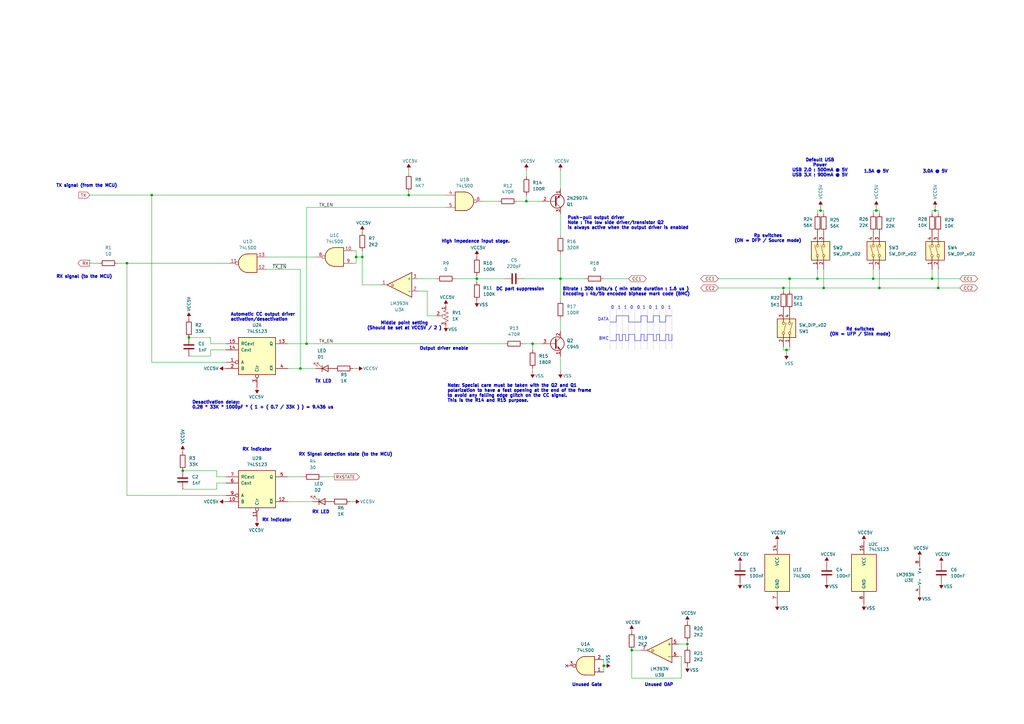
<source format=kicad_sch>
(kicad_sch (version 20250114) (generator "eeschema") (generator_version "9.0")
  (paper "A3")
  (title_block (title "USB Power Delivery CC line phy driver") (rev "0.1") (comment 1 "Designed from old parts found in the drawer... ;)") (comment 3 "CC-BY Licence (Creative Commons Attribution)") (comment 4 "Drawn by Jean-François DEL NERO"))
  (lib_symbols
    (symbol "74xx:74LS00" (pin_names (offset 1.016))
      (property "Reference" "U" (at 0 1.27 0))
      (property "Value" "74LS00" (at 0 -1.27 0))
      (symbol "74LS00_1_1"
        (pin input line (at -7.62 2.54 0) (length 3.81) (name "~") (number "1"))
        (pin input line (at -7.62 -2.54 0) (length 3.81) (name "~") (number "2"))
        (pin output inverted (at 7.62 0 180) (length 3.81) (name "~") (number "3"))
      )
      (symbol "74LS00_1_2"
        (pin input inverted (at -7.62 2.54 0) (length 4.318) (name "~") (number "1"))
        (pin input inverted (at -7.62 -2.54 0) (length 4.318) (name "~") (number "2"))
        (pin output line (at 7.62 0 180) (length 3.81) (name "~") (number "3"))
      )
      (symbol "74LS00_2_1"
        (pin input line (at -7.62 2.54 0) (length 3.81) (name "~") (number "4"))
        (pin input line (at -7.62 -2.54 0) (length 3.81) (name "~") (number "5"))
        (pin output inverted (at 7.62 0 180) (length 3.81) (name "~") (number "6"))
      )
      (symbol "74LS00_2_2"
        (pin input inverted (at -7.62 2.54 0) (length 4.318) (name "~") (number "4"))
        (pin input inverted (at -7.62 -2.54 0) (length 4.318) (name "~") (number "5"))
        (pin output line (at 7.62 0 180) (length 3.81) (name "~") (number "6"))
      )
      (symbol "74LS00_3_1"
        (pin input line (at -7.62 2.54 0) (length 3.81) (name "~") (number "9"))
        (pin input line (at -7.62 -2.54 0) (length 3.81) (name "~") (number "10"))
        (pin output inverted (at 7.62 0 180) (length 3.81) (name "~") (number "8"))
      )
      (symbol "74LS00_3_2"
        (pin input inverted (at -7.62 2.54 0) (length 4.318) (name "~") (number "9"))
        (pin input inverted (at -7.62 -2.54 0) (length 4.318) (name "~") (number "10"))
        (pin output line (at 7.62 0 180) (length 3.81) (name "~") (number "8"))
      )
      (symbol "74LS00_4_1"
        (pin input line (at -7.62 2.54 0) (length 3.81) (name "~") (number "12"))
        (pin input line (at -7.62 -2.54 0) (length 3.81) (name "~") (number "13"))
        (pin output inverted (at 7.62 0 180) (length 3.81) (name "~") (number "11"))
      )
      (symbol "74LS00_4_2"
        (pin input inverted (at -7.62 2.54 0) (length 4.318) (name "~") (number "12"))
        (pin input inverted (at -7.62 -2.54 0) (length 4.318) (name "~") (number "13"))
        (pin output line (at 7.62 0 180) (length 3.81) (name "~") (number "11"))
      )
      (symbol "74LS00_5_0"
        (pin power_in line (at 0 12.7 270) (length 5.08) (name "VCC") (number "14"))
        (pin power_in line (at 0 -12.7 90) (length 5.08) (name "GND") (number "7"))
      )
    )
    (symbol "74xx:74LS123" (pin_names (offset 1.016))
      (property "Reference" "U" (at -7.62 8.89 0))
      (property "Value" "74LS123" (at -7.62 -8.89 0))
      (symbol "74LS123_1_0"
        (pin input line (at -12.7 5.08 0) (length 5.08) (name "RCext") (number "15"))
        (pin input line (at -12.7 2.54 0) (length 5.08) (name "Cext") (number "14"))
        (pin input inverted (at -12.7 -2.54 0) (length 5.08) (name "A") (number "1"))
        (pin input line (at -12.7 -5.08 0) (length 5.08) (name "B") (number "2"))
        (pin input inverted (at 0 -12.7 90) (length 5.08) (name "Clr") (number "3"))
        (pin output line (at 12.7 5.08 180) (length 5.08) (name "Q") (number "13"))
        (pin output line (at 12.7 -5.08 180) (length 5.08) (name "~{Q}") (number "4"))
      )
      (symbol "74LS123_2_0"
        (pin input line (at -12.7 5.08 0) (length 5.08) (name "RCext") (number "7"))
        (pin input line (at -12.7 2.54 0) (length 5.08) (name "Cext") (number "6"))
        (pin input inverted (at -12.7 -2.54 0) (length 5.08) (name "A") (number "9"))
        (pin input line (at -12.7 -5.08 0) (length 5.08) (name "B") (number "10"))
        (pin input inverted (at 0 -12.7 90) (length 5.08) (name "Clr") (number "11"))
        (pin output line (at 12.7 5.08 180) (length 5.08) (name "Q") (number "5"))
        (pin output line (at 12.7 -5.08 180) (length 5.08) (name "~{Q}") (number "12"))
      )
      (symbol "74LS123_3_0"
        (pin power_in line (at 0 12.7 270) (length 5.08) (name "VCC") (number "16"))
        (pin power_in line (at 0 -12.7 90) (length 5.08) (name "GND") (number "8"))
      )
    )
    (symbol "Comparator:LM339" (pin_names (offset 0.127))
      (symbol "LM339_1_1"
        (pin input line (at -7.62 2.54 0) (length 2.54) (name "+") (number "3"))
        (pin input line (at -7.62 -2.54 0) (length 2.54) (name "-") (number "2"))
        (pin open_collector line (at 7.62 0 180) (length 2.54) (name "~") (number "1"))
      )
      (symbol "LM339_2_1"
        (pin input line (at -7.62 2.54 0) (length 2.54) (name "+") (number "5"))
        (pin input line (at -7.62 -2.54 0) (length 2.54) (name "-") (number "6"))
        (pin open_collector line (at 7.62 0 180) (length 2.54) (name "~") (number "7"))
      )
      (symbol "LM339_5_1"
        (pin power_in line (at -2.54 7.62 270) (length 3.81) (name "V+") (number "8"))
        (pin power_in line (at -2.54 -7.62 90) (length 3.81) (name "V-") (number "4"))
      )
    )
    (symbol "Device:C" (pin_numbers (hide yes)) (pin_names (offset 0.254))
      (property "Reference" "C" (at 0.635 2.54 0))
      (property "Value" "C" (at 0.635 -2.54 0))
      (symbol "C_1_1"
        (pin passive line (at 0 3.81 270) (length 2.794) (name "~") (number "1"))
        (pin passive line (at 0 -3.81 90) (length 2.794) (name "~") (number "2"))
      )
    )
    (symbol "Device:LED" (pin_numbers (hide yes)) (pin_names (offset 1.016) (hide yes))
      (property "Reference" "D" (at 0 2.54 0))
      (property "Value" "LED" (at 0 -2.54 0))
      (symbol "LED_1_1"
        (pin passive line (at -3.81 0 0) (length 2.54) (name "K") (number "1"))
        (pin passive line (at 3.81 0 180) (length 2.54) (name "A") (number "2"))
      )
    )
    (symbol "Device:R" (pin_numbers (hide yes)) (pin_names (offset 0))
      (property "Reference" "R" (at 2.032 0 90))
      (property "Value" "R" (at 0 0 90))
      (symbol "R_1_1"
        (pin passive line (at 0 3.81 270) (length 1.27) (name "~") (number "1"))
        (pin passive line (at 0 -3.81 90) (length 1.27) (name "~") (number "2"))
      )
    )
    (symbol "Device:R_Potentiometer_Trim_US" (pin_names (offset 1.016) (hide yes))
      (property "Reference" "RV" (at -4.445 0 90))
      (property "Value" "R_Potentiometer_Trim_US" (at -2.54 0 90))
      (symbol "R_Potentiometer_Trim_US_1_1"
        (pin passive line (at 0 3.81 270) (length 1.27) (name "1") (number "1"))
        (pin passive line (at 0 -3.81 90) (length 1.27) (name "3") (number "3"))
        (pin passive line (at 3.81 0 180) (length 1.27) (name "2") (number "2"))
      )
    )
    (symbol "LM339_1" (pin_names (offset 0.127))
      (symbol "LM339_1_1_1"
        (pin input line (at -7.62 2.54 0) (length 2.54) (name "+") (number "3"))
        (pin input line (at -7.62 -2.54 0) (length 2.54) (name "-") (number "2"))
        (pin open_collector line (at 7.62 0 180) (length 2.54) (name "~") (number "1"))
      )
      (symbol "LM339_1_2_1"
        (pin input line (at -7.62 2.54 0) (length 2.54) (name "+") (number "5"))
        (pin input line (at -7.62 -2.54 0) (length 2.54) (name "-") (number "6"))
        (pin open_collector line (at 7.62 0 180) (length 2.54) (name "~") (number "7"))
      )
      (symbol "LM339_1_5_1"
        (pin power_in line (at -2.54 7.62 270) (length 3.81) (name "V+") (number "8"))
        (pin power_in line (at -2.54 -7.62 90) (length 3.81) (name "V-") (number "4"))
      )
    )
    (symbol "Switch:SW_DIP_x02" (pin_names (offset 0) (hide yes))
      (property "Reference" "SW" (at 0 6.35 0))
      (property "Value" "SW_DIP_x02" (at 0 -3.81 0))
      (symbol "SW_DIP_x02_1_1"
        (pin passive line (at -7.62 2.54 0) (length 5.08) (name "~") (number "1"))
        (pin passive line (at -7.62 0 0) (length 5.08) (name "~") (number "2"))
        (pin passive line (at 7.62 2.54 180) (length 5.08) (name "~") (number "4"))
        (pin passive line (at 7.62 0 180) (length 5.08) (name "~") (number "3"))
      )
    )
    (symbol "Transistor_BJT:2N3906" (pin_names (offset 0) (hide yes))
      (property "Reference" "Q" (at 5.08 1.905 0))
      (property "Value" "2N3906" (at 5.08 0 0))
      (symbol "2N3906_1_1"
        (pin input line (at -5.08 0 0) (length 2.54) (name "B") (number "2"))
        (pin passive line (at 2.54 5.08 270) (length 2.54) (name "C") (number "3"))
        (pin passive line (at 2.54 -5.08 90) (length 2.54) (name "E") (number "1"))
      )
    )
    (symbol "Transistor_BJT:BC549" (pin_names (offset 0) (hide yes))
      (property "Reference" "Q2" (at 5.08 1.2701 0))
      (property "Value" "C945" (at 5.08 -1.2699 0))
      (symbol "BC549_1_1"
        (pin input line (at -5.08 0 0) (length 2.54) (name "B") (number "3"))
        (pin passive line (at 2.54 5.08 270) (length 2.54) (name "C") (number "2"))
        (pin passive line (at 2.54 -5.08 90) (length 2.54) (name "E") (number "1"))
      )
    )
    (symbol "power:VSS" (power) (pin_numbers (hide yes)) (pin_names (offset 0) (hide yes))
      (property "Value" "VSS" (at 0 3.556 0))
      (symbol "VSS_1_1"
        (pin power_in line (at 0 0 90) (length 0) (name "~") (number "1"))
      )
    )
  )
  (text "RX Signal detection state (to the MCU)" (at 141.732 186.436 0) (effects (font (size 1.27 1.27) (thickness 0.3556) (bold yes))))
  (text "Output driver enable" (at 182.118 143.002 0) (effects (font (size 1.27 1.27) (thickness 0.3556) (bold yes))))
  (text "RX signal (to the MCU)" (at 34.544 113.538 0) (effects (font (size 1.27 1.27) (thickness 0.3556) (bold yes))))
  (text "RX indicator" (at 113.538 213.36 0) (effects (font (size 1.27 1.27) (thickness 0.3556) (bold yes))))
  (text "BMC" (at 247.65 138.938 0) (effects (font (size 1.27 1.27))))
  (text "Default USB\nPower\nUSB 2.0 : 500mA @ 5V\nUSB 3.X : 900mA @ 5V\n\n" (at 336.296 69.85 0) (effects (font (size 1.27 1.27) (thickness 0.3556) (bold yes))))
  (text "Rp switches\n(ON = DFP / Source mode)" (at 314.96 97.79 0) (effects (font (size 1.27 1.27) (thickness 0.3556) (bold yes))))
  (text "3.0A @ 5V" (at 383.54 70.358 0) (effects (font (size 1.27 1.27) (thickness 0.3556) (bold yes))))
  (text "Desactivation delay:\n0.28 * 33K * 1000pF * ( 1 + ( 0.7 / 33K ) ) = 9.436 us" (at 78.74 166.116 0) (effects (font (size 1.27 1.27) (thickness 0.3556) (bold yes)) (justify left)))
  (text "0" (at 251.206 126.238 0) (effects (font (size 1.27 1.27))))
  (text "Automatic CC output driver\nactivation/desactivation \n" (at 94.488 130.048 0) (effects (font (size 1.27 1.27) (thickness 0.3556) (bold yes)) (justify left)))
  (text "Note: Special care must be taken with the Q2 and Q1 \npolarization to have a fast opening at the end of the frame \nto avoid any falling edge glitch on the CC signal.\nThis is the R14 and R15 purpose." (at 183.388 161.29 0) (effects (font (size 1.27 1.27) (thickness 0.3556) (bold yes)) (justify left)))
  (text "High impedance input stage." (at 195.072 99.06 0) (effects (font (size 1.27 1.27) (thickness 0.3556) (bold yes))))
  (text "Middle point setting\n(Should be set at VCC5V / 2 )" (at 165.862 133.604 0) (effects (font (size 1.27 1.27) (thickness 0.3556) (bold yes))))
  (text "1.5A @ 5V" (at 359.41 70.358 0) (effects (font (size 1.27 1.27) (thickness 0.3556) (bold yes))))
  (text "0" (at 266.7 126.238 0) (effects (font (size 1.27 1.27))))
  (text "RX indicator" (at 105.41 184.404 0) (effects (font (size 1.27 1.27) (thickness 0.3556) (bold yes))))
  (text "Unused Gate" (at 240.792 280.924 0) (effects (font (size 1.27 1.27) (thickness 0.3556) (bold yes))))
  (text "TX signal (from the MCU)" (at 35.56 76.2 0) (effects (font (size 1.27 1.27) (thickness 0.3556) (bold yes))))
  (text "TX LED" (at 132.588 156.464 0) (effects (font (size 1.27 1.27) (thickness 0.3556) (bold yes))))
  (text "1" (at 269.24 126.238 0) (effects (font (size 1.27 1.27))))
  (text "1" (at 256.54 126.238 0) (effects (font (size 1.27 1.27))))
  (text "RX LED" (at 131.572 210.058 0) (effects (font (size 1.27 1.27) (thickness 0.3556) (bold yes))))
  (text "Push-pull output driver\nNote : The low side driver/transistor Q2\nis always active when the output driver is enabled" (at 232.664 91.44 0) (effects (font (size 1.27 1.27) (thickness 0.3556) (bold yes)) (justify left)))
  (text "Rd switches\n(ON = UFP / Sink mode)" (at 352.806 136.144 0) (effects (font (size 1.27 1.27) (thickness 0.3556) (bold yes))))
  (text "0" (at 271.78 126.238 0) (effects (font (size 1.27 1.27))))
  (text "1" (at 264.16 126.238 0) (effects (font (size 1.27 1.27))))
  (text "Bitrate : 300 kbits/s ( min state duration : 1.6 us )\nEncoding : 4b/5b encoded biphase mark code (BMC)\n" (at 230.632 119.634 0) (effects (font (size 1.27 1.27) (thickness 0.3556) (bold yes)) (justify left)))
  (text "0" (at 259.08 126.238 0) (effects (font (size 1.27 1.27))))
  (text "Unused OAP" (at 270.256 280.924 0) (effects (font (size 1.27 1.27) (thickness 0.3556) (bold yes))))
  (text "1" (at 254 126.238 0) (effects (font (size 1.27 1.27))))
  (text "1" (at 274.574 126.238 0) (effects (font (size 1.27 1.27))))
  (text "DC part suppression\n" (at 213.36 118.618 0) (effects (font (size 1.27 1.27) (thickness 0.3556) (bold yes))))
  (text "DATA" (at 247.396 131.064 0) (effects (font (size 1.27 1.27))))
  (text "0" (at 261.874 126.238 0) (effects (font (size 1.27 1.27))))
  (junction (at 360.68 118.11))
  (junction (at 336.55 86.36))
  (junction (at 146.05 105.41))
  (junction (at 123.19 151.13))
  (junction (at 215.9 82.55))
  (junction (at 384.81 118.11))
  (junction (at 358.14 114.3))
  (junction (at 382.27 114.3))
  (junction (at 259.08 266.7))
  (junction (at 281.94 264.16))
  (junction (at 383.54 86.36))
  (junction (at 359.41 86.36))
  (junction (at 148.59 105.41))
  (junction (at 323.85 114.3))
  (junction (at 218.44 140.97))
  (junction (at 337.82 118.11))
  (junction (at 62.23 80.01))
  (junction (at 52.07 107.95))
  (junction (at 229.87 114.3))
  (junction (at 195.58 114.3))
  (junction (at 335.28 114.3))
  (junction (at 74.93 193.04))
  (junction (at 247.65 273.05))
  (junction (at 167.64 80.01))
  (junction (at 125.73 140.97))
  (junction (at 322.58 143.51))
  (junction (at 77.47 138.43))
  (junction (at 321.31 118.11))
  (no_connect (at 232.41 273.05))
  (polyline (pts (xy 262.89 127) (xy 262.89 143.51)) (stroke (width 0) (type dot)))
  (polyline (pts (xy 265.43 137.16) (xy 267.97 137.16)))
  (wire (pts (xy 118.11 195.58) (xy 124.46 195.58)))
  (polyline (pts (xy 255.27 139.7) (xy 255.27 137.16)))
  (wire (pts (xy 281.94 264.16) (xy 281.94 265.43)))
  (wire (pts (xy 148.59 116.84) (xy 148.59 105.41)))
  (wire (pts (xy 148.59 102.87) (xy 148.59 105.41)))
  (wire (pts (xy 335.28 114.3) (xy 335.28 110.49)))
  (wire (pts (xy 247.65 114.3) (xy 257.81 114.3)))
  (wire (pts (xy 229.87 87.63) (xy 229.87 96.52)))
  (wire (pts (xy 48.26 107.95) (xy 52.07 107.95)))
  (wire (pts (xy 215.9 80.01) (xy 215.9 82.55)))
  (wire (pts (xy 195.58 114.3) (xy 195.58 115.57)))
  (wire (pts (xy 52.07 107.95) (xy 93.98 107.95)))
  (wire (pts (xy 247.65 273.05) (xy 247.65 275.59)))
  (wire (pts (xy 360.68 87.63) (xy 360.68 86.36)))
  (polyline (pts (xy 264.16 137.16) (xy 264.16 139.7)))
  (wire (pts (xy 212.09 82.55) (xy 215.9 82.55)))
  (polyline (pts (xy 262.89 137.16) (xy 264.16 137.16)))
  (polyline (pts (xy 257.81 139.7) (xy 257.81 137.16)))
  (polyline (pts (xy 270.51 132.08) (xy 273.05 132.08)))
  (wire (pts (xy 62.23 80.01) (xy 62.23 148.59)))
  (wire (pts (xy 148.59 116.84) (xy 156.21 116.84)))
  (wire (pts (xy 321.31 142.24) (xy 321.31 143.51)))
  (wire (pts (xy 278.13 264.16) (xy 281.94 264.16)))
  (wire (pts (xy 175.26 129.54) (xy 175.26 119.38)))
  (polyline (pts (xy 262.89 132.08) (xy 262.89 129.54)))
  (polyline (pts (xy 252.73 127) (xy 252.73 143.51)) (stroke (width 0) (type dot)))
  (wire (pts (xy 294.64 114.3) (xy 323.85 114.3)))
  (wire (pts (xy 52.07 203.2) (xy 92.71 203.2)))
  (wire (pts (xy 335.28 86.36) (xy 335.28 87.63)))
  (wire (pts (xy 74.93 200.66) (xy 88.9 200.66)))
  (polyline (pts (xy 275.59 137.16) (xy 275.59 139.7)))
  (wire (pts (xy 384.81 86.36) (xy 383.54 86.36)))
  (wire (pts (xy 123.19 151.13) (xy 129.54 151.13)))
  (wire (pts (xy 77.47 146.05) (xy 86.36 146.05)))
  (polyline (pts (xy 267.97 137.16) (xy 267.97 139.7)))
  (wire (pts (xy 358.14 86.36) (xy 358.14 87.63)))
  (polyline (pts (xy 265.43 139.7) (xy 265.43 137.16)))
  (wire (pts (xy 359.41 85.09) (xy 359.41 86.36)))
  (wire (pts (xy 358.14 114.3) (xy 358.14 110.49)))
  (wire (pts (xy 88.9 195.58) (xy 92.71 195.58)))
  (polyline (pts (xy 267.97 139.7) (xy 269.24 139.7)))
  (polyline (pts (xy 269.24 137.16) (xy 270.51 137.16)))
  (wire (pts (xy 382.27 114.3) (xy 382.27 110.49)))
  (polyline (pts (xy 264.16 139.7) (xy 265.43 139.7)))
  (polyline (pts (xy 255.27 137.16) (xy 256.54 137.16)))
  (wire (pts (xy 143.51 205.74) (xy 144.78 205.74)))
  (wire (pts (xy 125.73 140.97) (xy 125.73 85.09)))
  (wire (pts (xy 182.88 80.01) (xy 167.64 80.01)))
  (polyline (pts (xy 260.35 127) (xy 260.35 143.51)) (stroke (width 0) (type dot)))
  (wire (pts (xy 229.87 123.19) (xy 229.87 114.3)))
  (wire (pts (xy 360.68 118.11) (xy 360.68 110.49)))
  (wire (pts (xy 382.27 114.3) (xy 393.7 114.3)))
  (wire (pts (xy 214.63 114.3) (xy 229.87 114.3)))
  (wire (pts (xy 382.27 86.36) (xy 382.27 87.63)))
  (wire (pts (xy 359.41 86.36) (xy 358.14 86.36)))
  (polyline (pts (xy 267.97 129.54) (xy 270.51 129.54)))
  (polyline (pts (xy 267.97 127) (xy 267.97 143.51)) (stroke (width 0) (type dot)))
  (polyline (pts (xy 265.43 132.08) (xy 267.97 132.08)))
  (polyline (pts (xy 270.51 139.7) (xy 273.05 139.7)) (stroke (width 0) (type solid)))
  (wire (pts (xy 167.64 78.74) (xy 167.64 80.01)))
  (wire (pts (xy 118.11 140.97) (xy 125.73 140.97)))
  (polyline (pts (xy 256.54 139.7) (xy 257.81 139.7)))
  (wire (pts (xy 262.89 266.7) (xy 259.08 266.7)))
  (polyline (pts (xy 265.43 129.54) (xy 265.43 132.08)))
  (wire (pts (xy 86.36 146.05) (xy 86.36 143.51)))
  (wire (pts (xy 229.87 104.14) (xy 229.87 114.3)))
  (wire (pts (xy 186.69 114.3) (xy 195.58 114.3)))
  (polyline (pts (xy 255.27 127) (xy 255.27 143.51)) (stroke (width 0) (type dot)))
  (wire (pts (xy 360.68 118.11) (xy 384.81 118.11)))
  (wire (pts (xy 383.54 86.36) (xy 382.27 86.36)))
  (polyline (pts (xy 270.51 137.16) (xy 270.51 139.7)))
  (polyline (pts (xy 270.51 137.16) (xy 270.51 139.7)) (stroke (width 0) (type dot)))
  (wire (pts (xy 144.78 107.95) (xy 146.05 107.95)))
  (wire (pts (xy 62.23 80.01) (xy 167.64 80.01)))
  (wire (pts (xy 383.54 85.09) (xy 383.54 86.36)))
  (polyline (pts (xy 254 139.7) (xy 255.27 139.7)))
  (polyline (pts (xy 262.89 139.7) (xy 262.89 137.16)))
  (wire (pts (xy 77.47 138.43) (xy 86.36 138.43)))
  (polyline (pts (xy 254 137.16) (xy 254 139.7)))
  (wire (pts (xy 74.93 193.04) (xy 88.9 193.04)))
  (wire (pts (xy 88.9 198.12) (xy 92.71 198.12)))
  (wire (pts (xy 86.36 143.51) (xy 92.71 143.51)))
  (wire (pts (xy 247.65 270.51) (xy 247.65 273.05)))
  (wire (pts (xy 259.08 278.13) (xy 279.4 278.13)))
  (polyline (pts (xy 250.19 127) (xy 250.19 143.51)) (stroke (width 0) (type dot)))
  (wire (pts (xy 294.64 118.11) (xy 321.31 118.11)))
  (polyline (pts (xy 270.51 127) (xy 270.51 143.51)) (stroke (width 0) (type dot)))
  (wire (pts (xy 281.94 264.16) (xy 281.94 262.89)))
  (polyline (pts (xy 275.59 127) (xy 275.59 143.51)) (stroke (width 0) (type dot)))
  (wire (pts (xy 88.9 200.66) (xy 88.9 198.12)))
  (polyline (pts (xy 270.51 137.16) (xy 270.51 139.7)) (stroke (width 0) (type dot)))
  (polyline (pts (xy 265.43 127) (xy 265.43 143.51)) (stroke (width 0) (type dot)))
  (wire (pts (xy 337.82 110.49) (xy 337.82 118.11)))
  (wire (pts (xy 323.85 114.3) (xy 335.28 114.3)))
  (wire (pts (xy 215.9 69.85) (xy 215.9 72.39)))
  (wire (pts (xy 144.78 151.13) (xy 146.05 151.13)))
  (wire (pts (xy 195.58 114.3) (xy 207.01 114.3)))
  (wire (pts (xy 171.45 114.3) (xy 179.07 114.3)))
  (wire (pts (xy 321.31 143.51) (xy 322.58 143.51)))
  (wire (pts (xy 337.82 87.63) (xy 337.82 86.36)))
  (wire (pts (xy 229.87 146.05) (xy 229.87 152.4)))
  (wire (pts (xy 279.4 269.24) (xy 278.13 269.24)))
  (wire (pts (xy 123.19 151.13) (xy 123.19 110.49)))
  (wire (pts (xy 335.28 114.3) (xy 358.14 114.3)))
  (wire (pts (xy 167.64 69.85) (xy 167.64 71.12)))
  (wire (pts (xy 88.9 193.04) (xy 88.9 195.58)))
  (wire (pts (xy 229.87 69.85) (xy 229.87 77.47)))
  (wire (pts (xy 146.05 105.41) (xy 148.59 105.41)))
  (wire (pts (xy 358.14 114.3) (xy 382.27 114.3)))
  (wire (pts (xy 175.26 129.54) (xy 179.07 129.54)))
  (wire (pts (xy 86.36 138.43) (xy 86.36 140.97)))
  (wire (pts (xy 86.36 140.97) (xy 92.71 140.97)))
  (polyline (pts (xy 250.19 132.08) (xy 252.73 132.08)))
  (polyline (pts (xy 275.59 137.16) (xy 275.59 139.7)) (stroke (width 0) (type dot)))
  (wire (pts (xy 279.4 278.13) (xy 279.4 269.24)))
  (polyline (pts (xy 273.05 137.16) (xy 274.32 137.16)) (stroke (width 0) (type solid)))
  (wire (pts (xy 125.73 85.09) (xy 182.88 85.09)))
  (polyline (pts (xy 252.73 129.54) (xy 257.81 129.54)))
  (polyline (pts (xy 273.05 137.16) (xy 273.05 139.7)))
  (wire (pts (xy 36.83 80.01) (xy 62.23 80.01)))
  (wire (pts (xy 52.07 107.95) (xy 52.07 203.2)))
  (wire (pts (xy 321.31 118.11) (xy 321.31 119.38)))
  (wire (pts (xy 109.22 110.49) (xy 123.19 110.49)))
  (polyline (pts (xy 260.35 139.7) (xy 262.89 139.7)))
  (wire (pts (xy 125.73 140.97) (xy 207.01 140.97)))
  (polyline (pts (xy 260.35 137.16) (xy 260.35 139.7)))
  (polyline (pts (xy 273.05 129.54) (xy 275.59 129.54)))
  (wire (pts (xy 92.71 148.59) (xy 62.23 148.59)))
  (polyline (pts (xy 257.81 137.16) (xy 260.35 137.16)))
  (wire (pts (xy 323.85 114.3) (xy 323.85 119.38)))
  (wire (pts (xy 259.08 266.7) (xy 259.08 278.13)))
  (wire (pts (xy 132.08 195.58) (xy 137.16 195.58)))
  (wire (pts (xy 337.82 118.11) (xy 360.68 118.11)))
  (wire (pts (xy 146.05 105.41) (xy 146.05 107.95)))
  (polyline (pts (xy 269.24 139.7) (xy 269.24 137.16)))
  (wire (pts (xy 321.31 118.11) (xy 337.82 118.11)))
  (wire (pts (xy 323.85 143.51) (xy 323.85 142.24)))
  (polyline (pts (xy 274.32 137.16) (xy 274.32 139.7)) (stroke (width 0) (type solid)))
  (wire (pts (xy 198.12 82.55) (xy 204.47 82.55)))
  (polyline (pts (xy 257.81 127) (xy 257.81 143.51)) (stroke (width 0) (type dot)))
  (wire (pts (xy 36.83 107.95) (xy 40.64 107.95)))
  (wire (pts (xy 146.05 102.87) (xy 146.05 105.41)))
  (polyline (pts (xy 252.73 139.7) (xy 252.73 137.16)))
  (wire (pts (xy 175.26 119.38) (xy 171.45 119.38)))
  (polyline (pts (xy 252.73 137.16) (xy 254 137.16)))
  (wire (pts (xy 336.55 85.09) (xy 336.55 86.36)))
  (wire (pts (xy 109.22 105.41) (xy 129.54 105.41)))
  (wire (pts (xy 384.81 87.63) (xy 384.81 86.36)))
  (wire (pts (xy 214.63 140.97) (xy 218.44 140.97)))
  (wire (pts (xy 360.68 86.36) (xy 359.41 86.36)))
  (wire (pts (xy 144.78 102.87) (xy 146.05 102.87)))
  (wire (pts (xy 322.58 143.51) (xy 322.58 144.78)))
  (wire (pts (xy 229.87 130.81) (xy 229.87 135.89)))
  (polyline (pts (xy 267.97 132.08) (xy 267.97 129.54)))
  (polyline (pts (xy 270.51 129.54) (xy 270.51 132.08)))
  (polyline (pts (xy 262.89 129.54) (xy 265.43 129.54)))
  (polyline (pts (xy 257.81 129.54) (xy 257.81 132.08)))
  (wire (pts (xy 118.11 205.74) (xy 128.27 205.74)))
  (wire (pts (xy 218.44 152.4) (xy 218.44 151.13)))
  (wire (pts (xy 229.87 114.3) (xy 240.03 114.3)))
  (wire (pts (xy 118.11 151.13) (xy 123.19 151.13)))
  (wire (pts (xy 384.81 118.11) (xy 393.7 118.11)))
  (polyline (pts (xy 274.32 139.7) (xy 275.59 139.7)) (stroke (width 0) (type solid)))
  (polyline (pts (xy 257.81 132.08) (xy 262.89 132.08)))
  (wire (pts (xy 336.55 86.36) (xy 335.28 86.36)))
  (wire (pts (xy 215.9 82.55) (xy 222.25 82.55)))
  (wire (pts (xy 322.58 143.51) (xy 323.85 143.51)))
  (polyline (pts (xy 273.05 132.08) (xy 273.05 129.54)))
  (polyline (pts (xy 273.05 127) (xy 273.05 143.51)) (stroke (width 0) (type dot)))
  (polyline (pts (xy 250.19 139.7) (xy 252.73 139.7)))
  (polyline (pts (xy 252.73 132.08) (xy 252.73 129.54)))
  (wire (pts (xy 195.58 113.03) (xy 195.58 114.3)))
  (wire (pts (xy 337.82 86.36) (xy 336.55 86.36)))
  (polyline (pts (xy 256.54 137.16) (xy 256.54 139.7)))
  (wire (pts (xy 218.44 140.97) (xy 218.44 143.51)))
  (wire (pts (xy 218.44 140.97) (xy 222.25 140.97)))
  (wire (pts (xy 384.81 118.11) (xy 384.81 110.49)))
  (label "~{TX_EN}" (at 111.76 110.49 0))
  (label "TX_EN" (at 130.81 85.09 0))
  (label "TX_EN" (at 130.81 140.97 0))
  (global_label "CC1" (shape bidirectional) (at 257.81 114.3 0) (property "Intersheetrefs" "${INTERSHEET_REFS}" (effects (hide yes))))
  (global_label "RXSTATE" (shape output) (at 137.16 195.58 0) (property "Intersheetrefs" "${INTERSHEET_REFS}" (effects (hide yes))))
  (global_label "RX" (shape output) (at 36.83 107.95 180) (property "Intersheetrefs" "${INTERSHEET_REFS}" (effects (hide yes))))
  (global_label "CC1" (shape bidirectional) (at 393.7 114.3 0) (property "Intersheetrefs" "${INTERSHEET_REFS}" (effects (hide yes))))
  (global_label "CC2" (shape bidirectional) (at 393.7 118.11 0) (property "Intersheetrefs" "${INTERSHEET_REFS}" (effects (hide yes))))
  (global_label "TX" (shape input) (at 36.83 80.01 180) (property "Intersheetrefs" "${INTERSHEET_REFS}" (effects (hide yes))))
  (global_label "CC2" (shape bidirectional) (at 294.64 118.11 180) (property "Intersheetrefs" "${INTERSHEET_REFS}" (effects (hide yes))))
  (global_label "CC1" (shape bidirectional) (at 294.64 114.3 180) (property "Intersheetrefs" "${INTERSHEET_REFS}" (effects (hide yes))))
  (symbol (lib_id "Device:R") (at 229.87 127 0) (unit 1)
    (property "Reference" "R17" (at 232.41 125.7299 0) (effects (justify left)))
    (property "Value" "100R" (at 232.41 128.2699 0) (effects (justify left)))
    (property "Description" "Resistor" (effects (hide yes)))
  )
  (symbol (lib_id "power:VSS") (at 303.53 238.76 180) (unit 1)
    (property "Reference" "#PWR024" (effects (hide yes)))
    (property "Value" "VSS" (at 306.324 240.538 0))
    (property "Description" "Power symbol creates a global label with name \"VSS\"" (effects (hide yes)))
  )
  (symbol (lib_id "power:VSS") (at 377.19 228.6 0) (unit 1)
    (property "Reference" "#PWR022" (effects (hide yes)))
    (property "Value" "VCC5V" (at 374.65 224.79 0) (effects (justify left)))
    (property "Description" "Power symbol creates a global label with name \"VSS\"" (effects (hide yes)))
  )
  (symbol (lib_id "power:VSS") (at 229.87 69.85 0) (unit 1)
    (property "Reference" "#PWR010" (effects (hide yes)))
    (property "Value" "VCC5V" (at 227.33 66.04 0) (effects (justify left)))
    (property "Description" "Power symbol creates a global label with name \"VSS\"" (effects (hide yes)))
  )
  (symbol (lib_id "74xx:74LS123") (at 354.33 234.95 0) (unit 3)
    (property "Reference" "U2" (at 358.14 223.266 0))
    (property "Value" "74LS123" (at 360.426 225.298 0))
    (property "Datasheet" "http://www.ti.com/lit/gpn/sn74LS123" (effects (hide yes)))
    (property "Description" "Dual retriggerable Monostable" (effects (hide yes)))
  )
  (symbol (lib_id "Switch:SW_DIP_x02") (at 337.82 102.87 90) (unit 1)
    (property "Reference" "SW2" (at 341.63 101.5999 90) (effects (justify right)))
    (property "Value" "SW_DIP_x02" (at 341.63 104.1399 90) (effects (justify right)))
    (property "Description" "2x DIP Switch, Single Pole Single Throw (SPST) switch, small symbol" (effects (hide yes)))
  )
  (symbol (lib_id "power:VSS") (at 354.33 222.25 0) (unit 1)
    (property "Reference" "#PWR013" (effects (hide yes)))
    (property "Value" "VCC5V" (at 351.79 218.44 0) (effects (justify left)))
    (property "Description" "Power symbol creates a global label with name \"VSS\"" (effects (hide yes)))
  )
  (symbol (lib_id "Device:LED") (at 133.35 151.13 0) (mirror x) (unit 1)
    (property "Reference" "D1" (at 130.175 146.3676 0) (effects (justify left)))
    (property "Value" "LED" (at 130.175 143.8276 0) (effects (justify left)))
    (property "Description" "Light emitting diode" (effects (hide yes)))
    (property "Sim.Pins" "1=K 2=A" (effects (hide yes)))
  )
  (symbol (lib_id "power:VSS") (at 148.59 95.25 0) (unit 1)
    (property "Reference" "#PWR05" (effects (hide yes)))
    (property "Value" "VCC5V" (at 146.05 91.44 0) (effects (justify left)))
    (property "Description" "Power symbol creates a global label with name \"VSS\"" (effects (hide yes)))
  )
  (symbol (lib_id "power:VSS") (at 182.88 133.35 180) (unit 1)
    (property "Reference" "#PWR06" (effects (hide yes)))
    (property "Value" "VSS" (at 185.674 135.128 0))
    (property "Description" "Power symbol creates a global label with name \"VSS\"" (effects (hide yes)))
  )
  (symbol (lib_id "Device:R") (at 148.59 99.06 0) (unit 1)
    (property "Reference" "R7" (at 151.13 97.7899 0) (effects (justify left)))
    (property "Value" "2K2" (at 151.13 100.3299 0) (effects (justify left)))
    (property "Description" "Resistor" (effects (hide yes)))
  )
  (symbol (lib_id "Device:R") (at 195.58 119.38 0) (unit 1)
    (property "Reference" "R11" (at 198.12 118.1099 0) (effects (justify left)))
    (property "Value" "100K" (at 198.12 120.6499 0) (effects (justify left)))
    (property "Description" "Resistor" (effects (hide yes)))
  )
  (symbol (lib_id "Device:C") (at 210.82 114.3 90) (unit 1)
    (property "Reference" "C5" (at 210.82 106.68 90))
    (property "Value" "220pF" (at 210.82 109.22 90))
    (property "Description" "Unpolarized capacitor" (effects (hide yes)))
  )
  (symbol (lib_id "power:VSS") (at 318.77 222.25 0) (unit 1)
    (property "Reference" "#PWR020" (effects (hide yes)))
    (property "Value" "VCC5V" (at 316.23 218.44 0) (effects (justify left)))
    (property "Description" "Power symbol creates a global label with name \"VSS\"" (effects (hide yes)))
  )
  (symbol (lib_id "Device:R") (at 281.94 269.24 0) (unit 1)
    (property "Reference" "R21" (at 284.48 267.9699 0) (effects (justify left)))
    (property "Value" "2K2" (at 284.48 270.5099 0) (effects (justify left)))
    (property "Description" "Resistor" (effects (hide yes)))
  )
  (symbol (lib_id "power:VSS") (at 105.41 213.36 180) (unit 1)
    (property "Reference" "#PWR030" (effects (hide yes)))
    (property "Value" "VCC5V" (at 108.204 217.424 0) (effects (justify left)))
    (property "Description" "Power symbol creates a global label with name \"VSS\"" (effects (hide yes)))
  )
  (symbol (lib_id "Switch:SW_DIP_x02") (at 384.81 102.87 90) (unit 1)
    (property "Reference" "SW4" (at 388.62 101.5999 90) (effects (justify right)))
    (property "Value" "SW_DIP_x02" (at 388.62 104.1399 90) (effects (justify right)))
    (property "Description" "2x DIP Switch, Single Pole Single Throw (SPST) switch, small symbol" (effects (hide yes)))
  )
  (symbol (lib_id "power:VSS") (at 339.09 238.76 180) (unit 1)
    (property "Reference" "#PWR027" (effects (hide yes)))
    (property "Value" "VSS" (at 341.884 240.538 0))
    (property "Description" "Power symbol creates a global label with name \"VSS\"" (effects (hide yes)))
  )
  (symbol (lib_id "Switch:SW_DIP_x02") (at 321.31 134.62 270) (mirror x) (unit 1)
    (property "Reference" "SW1" (at 327.66 135.8901 90) (effects (justify left)))
    (property "Value" "SW_DIP_x02" (at 327.66 133.3501 90) (effects (justify left)))
    (property "Description" "2x DIP Switch, Single Pole Single Throw (SPST) switch, small symbol" (effects (hide yes)))
  )
  (symbol (lib_id "Device:R") (at 243.84 114.3 90) (unit 1)
    (property "Reference" "R18" (at 243.84 107.95 90))
    (property "Value" "0" (at 243.84 110.49 90))
    (property "Description" "Resistor" (effects (hide yes)))
  )
  (symbol (lib_id "Device:R") (at 215.9 76.2 0) (unit 1)
    (property "Reference" "R14" (at 218.44 74.9299 0) (effects (justify left)))
    (property "Value" "100R" (at 218.44 77.4699 0) (effects (justify left)))
    (property "Description" "Resistor" (effects (hide yes)))
  )
  (symbol (lib_id "Device:R") (at 208.28 82.55 90) (unit 1)
    (property "Reference" "R12" (at 208.28 76.2 90))
    (property "Value" "470R" (at 208.28 78.74 90))
    (property "Description" "Resistor" (effects (hide yes)))
  )
  (symbol (lib_id "Comparator:LM339") (at 270.51 266.7 0) (mirror y) (unit 2)
    (property "Reference" "U3" (at 270.51 276.86 0))
    (property "Value" "LM393N" (at 270.51 274.32 0))
    (property "Datasheet" "https://www.st.com/resource/en/datasheet/lm139.pdf" (effects (hide yes)))
    (property "Description" "Dual Differential Comparators, DIL-8/SOIC-8/TSSOP-8" (effects (hide yes)))
  )
  (symbol (lib_name "LM339_1") (lib_id "Comparator:LM339") (at 374.65 236.22 0) (mirror y) (unit 5)
    (property "Reference" "U3" (at 372.872 237.998 0))
    (property "Value" "LM393N" (at 371.348 235.712 0))
    (property "Datasheet" "https://www.st.com/resource/en/datasheet/lm139.pdf" (effects (hide yes)))
    (property "Description" "Dual Differential Comparators, DIL-8/SOIC-8/TSSOP-8" (effects (hide yes)))
  )
  (symbol (lib_id "74xx:74LS123") (at 105.41 146.05 0) (unit 1)
    (property "Reference" "U2" (at 105.41 133.35 0))
    (property "Value" "74LS123" (at 105.41 135.89 0))
    (property "Datasheet" "http://www.ti.com/lit/gpn/sn74LS123" (effects (hide yes)))
    (property "Description" "Dual retriggerable Monostable" (effects (hide yes)))
  )
  (symbol (lib_id "Device:R") (at 382.27 91.44 180) (unit 1)
    (property "Reference" "R28" (at 376.428 89.916 0) (effects (justify right)))
    (property "Value" "10K" (at 376.428 92.456 0) (effects (justify right)))
    (property "Description" "Resistor" (effects (hide yes)))
  )
  (symbol (lib_id "power:VSS") (at 92.71 151.13 90) (unit 1)
    (property "Reference" "#PWR02" (effects (hide yes)))
    (property "Value" "VCC5V" (at 89.662 151.13 90) (effects (justify left)))
    (property "Description" "Power symbol creates a global label with name \"VSS\"" (effects (hide yes)))
  )
  (symbol (lib_id "Device:C") (at 386.08 234.95 0) (unit 1)
    (property "Reference" "C6" (at 389.89 233.6799 0) (effects (justify left)))
    (property "Value" "100nF" (at 389.89 236.2199 0) (effects (justify left)))
    (property "Description" "Unpolarized capacitor" (effects (hide yes)))
  )
  (symbol (lib_id "power:VSS") (at 303.53 231.14 0) (unit 1)
    (property "Reference" "#PWR025" (effects (hide yes)))
    (property "Value" "VCC5V" (at 300.99 227.33 0) (effects (justify left)))
    (property "Description" "Power symbol creates a global label with name \"VSS\"" (effects (hide yes)))
  )
  (symbol (lib_id "Device:R") (at 140.97 151.13 270) (unit 1)
    (property "Reference" "R5" (at 139.7 153.6699 90) (effects (justify left)))
    (property "Value" "1K" (at 139.7 156.2099 90) (effects (justify left)))
    (property "Description" "Resistor" (effects (hide yes)))
  )
  (symbol (lib_id "Device:R") (at 337.82 91.44 180) (unit 1)
    (property "Reference" "R25" (at 340.36 90.1699 0) (effects (justify right)))
    (property "Value" "56K" (at 340.36 92.7099 0) (effects (justify right)))
    (property "Description" "Resistor" (effects (hide yes)))
  )
  (symbol (lib_id "power:VSS") (at 195.58 123.19 180) (unit 1)
    (property "Reference" "#PWR08" (effects (hide yes)))
    (property "Value" "VSS" (at 198.374 124.968 0))
    (property "Description" "Power symbol creates a global label with name \"VSS\"" (effects (hide yes)))
  )
  (symbol (lib_id "74xx:74LS00") (at 318.77 234.95 0) (unit 5)
    (property "Reference" "U1" (at 325.12 233.6799 0) (effects (justify left)))
    (property "Value" "74LS00" (at 325.12 236.2199 0) (effects (justify left)))
    (property "Datasheet" "http://www.ti.com/lit/gpn/sn74ls00" (effects (hide yes)))
    (property "Description" "quad 2-input NAND gate" (effects (hide yes)))
  )
  (symbol (lib_id "Device:R") (at 182.88 114.3 90) (unit 1)
    (property "Reference" "R9" (at 182.88 107.95 90))
    (property "Value" "0" (at 182.88 110.49 90))
    (property "Description" "Resistor" (effects (hide yes)))
  )
  (symbol (lib_id "power:VSS") (at 318.77 247.65 180) (unit 1)
    (property "Reference" "#PWR019" (effects (hide yes)))
    (property "Value" "VSS" (at 321.564 249.428 0))
    (property "Description" "Power symbol creates a global label with name \"VSS\"" (effects (hide yes)))
  )
  (symbol (lib_id "74xx:74LS00") (at 101.6 107.95 180) (unit 4)
    (property "Reference" "U1" (at 101.6083 99.06 0))
    (property "Value" "74LS00" (at 101.6083 101.6 0))
    (property "Datasheet" "http://www.ti.com/lit/gpn/sn74ls00" (effects (hide yes)))
    (property "Description" "quad 2-input NAND gate" (effects (hide yes)))
  )
  (symbol (lib_id "Comparator:LM339") (at 163.83 116.84 0) (mirror y) (unit 1)
    (property "Reference" "U3" (at 163.83 127 0))
    (property "Value" "LM393N" (at 163.83 124.46 0))
    (property "Datasheet" "https://www.st.com/resource/en/datasheet/lm139.pdf" (effects (hide yes)))
    (property "Description" "Dual Differential Comparators, DIL-8/SOIC-8/TSSOP-8" (effects (hide yes)))
  )
  (symbol (lib_id "Device:R") (at 384.81 91.44 180) (unit 1)
    (property "Reference" "R29" (at 387.35 90.1699 0) (effects (justify right)))
    (property "Value" "10K" (at 387.35 92.7099 0) (effects (justify right)))
    (property "Description" "Resistor" (effects (hide yes)))
  )
  (symbol (lib_id "power:VSS") (at 229.87 152.4 180) (unit 1)
    (property "Reference" "#PWR014" (effects (hide yes)))
    (property "Value" "VSS" (at 232.664 154.178 0))
    (property "Description" "Power symbol creates a global label with name \"VSS\"" (effects (hide yes)))
  )
  (symbol (lib_id "Device:R") (at 229.87 100.33 0) (unit 1)
    (property "Reference" "R16" (at 232.41 99.0599 0) (effects (justify left)))
    (property "Value" "320R" (at 232.41 101.5999 0) (effects (justify left)))
    (property "Description" "Resistor" (effects (hide yes)))
  )
  (symbol (lib_id "Device:R") (at 74.93 189.23 180) (unit 1)
    (property "Reference" "R3" (at 77.47 187.9599 0) (effects (justify right)))
    (property "Value" "33K" (at 77.47 190.4999 0) (effects (justify right)))
    (property "Description" "Resistor" (effects (hide yes)))
  )
  (symbol (lib_id "Device:R") (at 358.14 91.44 180) (unit 1)
    (property "Reference" "R26" (at 352.298 89.916 0) (effects (justify right)))
    (property "Value" "22K" (at 352.298 92.456 0) (effects (justify right)))
    (property "Description" "Resistor" (effects (hide yes)))
  )
  (symbol (lib_id "power:VSS") (at 383.54 85.09 0) (mirror y) (unit 1)
    (property "Reference" "#PWR038" (effects (hide yes)))
    (property "Value" "VCC5V" (at 383.54 81.788 90) (effects (justify left)))
    (property "Description" "Power symbol creates a global label with name \"VSS\"" (effects (hide yes)))
  )
  (symbol (lib_id "power:VSS") (at 359.41 85.09 0) (mirror y) (unit 1)
    (property "Reference" "#PWR036" (effects (hide yes)))
    (property "Value" "VCC5V" (at 359.41 81.788 90) (effects (justify left)))
    (property "Description" "Power symbol creates a global label with name \"VSS\"" (effects (hide yes)))
  )
  (symbol (lib_id "power:VSS") (at 167.64 69.85 0) (unit 1)
    (property "Reference" "#PWR016" (effects (hide yes)))
    (property "Value" "VCC5V" (at 165.1 66.04 0) (effects (justify left)))
    (property "Description" "Power symbol creates a global label with name \"VSS\"" (effects (hide yes)))
  )
  (symbol (lib_id "power:VSS") (at 92.71 205.74 90) (unit 1)
    (property "Reference" "#PWR01" (effects (hide yes)))
    (property "Value" "VCC5V" (at 89.662 205.74 90) (effects (justify left)))
    (property "Description" "Power symbol creates a global label with name \"VSS\"" (effects (hide yes)))
  )
  (symbol (lib_id "74xx:74LS00") (at 137.16 105.41 180) (unit 3)
    (property "Reference" "U1" (at 137.1683 96.52 0))
    (property "Value" "74LS00" (at 137.1683 99.06 0))
    (property "Datasheet" "http://www.ti.com/lit/gpn/sn74ls00" (effects (hide yes)))
    (property "Description" "quad 2-input NAND gate" (effects (hide yes)))
  )
  (symbol (lib_id "Transistor_BJT:BC549") (at 227.33 140.97 0) (unit 1)
    (property "Reference" "Q2" (at 232.41 139.6999 0) (effects (justify left)))
    (property "Value" "C945" (at 232.41 142.2399 0) (effects (justify left)))
    (property "Footprint" "Package_TO_SOT_THT:TO-92_Inline" (effects (hide yes)))
    (property "Datasheet" "https://www.onsemi.com/pub/Collateral/BC550-D.pdf" (effects (hide yes)))
    (property "Description" "0.1A Ic, 30V Vce, Small Signal NPN Transistor, TO-92" (effects (hide yes)))
  )
  (symbol (lib_id "power:VSS") (at 144.78 205.74 270) (unit 1)
    (property "Reference" "#PWR018" (effects (hide yes)))
    (property "Value" "VCC5V" (at 147.574 205.74 90) (effects (justify left)))
    (property "Description" "Power symbol creates a global label with name \"VSS\"" (effects (hide yes)))
  )
  (symbol (lib_id "Device:R") (at 360.68 91.44 180) (unit 1)
    (property "Reference" "R27" (at 363.22 90.1699 0) (effects (justify right)))
    (property "Value" "22K" (at 363.22 92.7099 0) (effects (justify right)))
    (property "Description" "Resistor" (effects (hide yes)))
  )
  (symbol (lib_id "Device:R") (at 77.47 134.62 180) (unit 1)
    (property "Reference" "R2" (at 80.01 133.3499 0) (effects (justify right)))
    (property "Value" "33K" (at 80.01 135.8899 0) (effects (justify right)))
    (property "Description" "Resistor" (effects (hide yes)))
  )
  (symbol (lib_id "power:VSS") (at 322.58 144.78 180) (unit 1)
    (property "Reference" "#PWR037" (effects (hide yes)))
    (property "Value" "VSS" (at 323.596 149.098 0))
    (property "Description" "Power symbol creates a global label with name \"VSS\"" (effects (hide yes)))
  )
  (symbol (lib_id "Device:R") (at 167.64 74.93 0) (unit 1)
    (property "Reference" "R8" (at 170.18 73.6599 0) (effects (justify left)))
    (property "Value" "4K7" (at 170.18 76.1999 0) (effects (justify left)))
    (property "Description" "Resistor" (effects (hide yes)))
  )
  (symbol (lib_id "74xx:74LS00") (at 240.03 273.05 180) (unit 1)
    (property "Reference" "U1" (at 240.0383 264.16 0))
    (property "Value" "74LS00" (at 240.0383 266.7 0))
    (property "Datasheet" "http://www.ti.com/lit/gpn/sn74ls00" (effects (hide yes)))
    (property "Description" "quad 2-input NAND gate" (effects (hide yes)))
  )
  (symbol (lib_id "power:VSS") (at 386.08 231.14 0) (unit 1)
    (property "Reference" "#PWR028" (effects (hide yes)))
    (property "Value" "VCC5V" (at 383.54 227.33 0) (effects (justify left)))
    (property "Description" "Power symbol creates a global label with name \"VSS\"" (effects (hide yes)))
  )
  (symbol (lib_id "power:VSS") (at 182.88 125.73 0) (unit 1)
    (property "Reference" "#PWR07" (effects (hide yes)))
    (property "Value" "VCC5V" (at 180.34 121.92 0) (effects (justify left)))
    (property "Description" "Power symbol creates a global label with name \"VSS\"" (effects (hide yes)))
  )
  (symbol (lib_id "Device:C") (at 339.09 234.95 0) (unit 1)
    (property "Reference" "C4" (at 342.9 233.6799 0) (effects (justify left)))
    (property "Value" "100nF" (at 342.9 236.2199 0) (effects (justify left)))
    (property "Description" "Unpolarized capacitor" (effects (hide yes)))
  )
  (symbol (lib_id "Device:C") (at 74.93 196.85 0) (unit 1)
    (property "Reference" "C2" (at 78.74 195.5799 0) (effects (justify left)))
    (property "Value" "1nF" (at 78.74 198.1199 0) (effects (justify left)))
    (property "Description" "Unpolarized capacitor" (effects (hide yes)))
  )
  (symbol (lib_id "Device:R") (at 335.28 91.44 180) (unit 1)
    (property "Reference" "R24" (at 329.438 89.916 0) (effects (justify right)))
    (property "Value" "56K" (at 329.438 92.456 0) (effects (justify right)))
    (property "Description" "Resistor" (effects (hide yes)))
  )
  (symbol (lib_id "Device:R") (at 128.27 195.58 270) (unit 1)
    (property "Reference" "R4" (at 128.27 189.23 90))
    (property "Value" "30" (at 128.27 191.77 90))
    (property "Description" "Resistor" (effects (hide yes)))
  )
  (symbol (lib_id "Device:R") (at 44.45 107.95 270) (unit 1)
    (property "Reference" "R1" (at 44.45 101.6 90))
    (property "Value" "10" (at 44.45 104.14 90))
    (property "Description" "Resistor" (effects (hide yes)))
  )
  (symbol (lib_id "Device:R_Potentiometer_Trim_US") (at 182.88 129.54 0) (mirror y) (unit 1)
    (property "Reference" "RV1" (at 185.42 128.2699 0) (effects (justify right)))
    (property "Value" "1K" (at 185.42 130.8099 0) (effects (justify right)))
    (property "Description" "Trim-potentiometer, US symbol" (effects (hide yes)))
  )
  (symbol (lib_id "power:VSS") (at 354.33 247.65 180) (unit 1)
    (property "Reference" "#PWR012" (effects (hide yes)))
    (property "Value" "VSS" (at 357.124 249.428 0))
    (property "Description" "Power symbol creates a global label with name \"VSS\"" (effects (hide yes)))
  )
  (symbol (lib_id "Device:R") (at 195.58 109.22 0) (unit 1)
    (property "Reference" "R10" (at 198.12 107.9499 0) (effects (justify left)))
    (property "Value" "100K" (at 198.12 110.4899 0) (effects (justify left)))
    (property "Description" "Resistor" (effects (hide yes)))
  )
  (symbol (lib_id "Device:R") (at 321.31 123.19 0) (unit 1)
    (property "Reference" "R22" (at 315.976 122.174 0) (effects (justify left)))
    (property "Value" "5K1" (at 315.976 124.968 0) (effects (justify left)))
    (property "Description" "Resistor" (effects (hide yes)))
  )
  (symbol (lib_id "power:VSS") (at 386.08 238.76 180) (unit 1)
    (property "Reference" "#PWR029" (effects (hide yes)))
    (property "Value" "VSS" (at 388.874 240.538 0))
    (property "Description" "Power symbol creates a global label with name \"VSS\"" (effects (hide yes)))
  )
  (symbol (lib_id "Device:C") (at 303.53 234.95 0) (unit 1)
    (property "Reference" "C3" (at 307.34 233.6799 0) (effects (justify left)))
    (property "Value" "100nF" (at 307.34 236.2199 0) (effects (justify left)))
    (property "Description" "Unpolarized capacitor" (effects (hide yes)))
  )
  (symbol (lib_id "power:VSS") (at 146.05 151.13 270) (unit 1)
    (property "Reference" "#PWR017" (effects (hide yes)))
    (property "Value" "VCC5V" (at 148.844 151.13 90) (effects (justify left)))
    (property "Description" "Power symbol creates a global label with name \"VSS\"" (effects (hide yes)))
  )
  (symbol (lib_id "power:VSS") (at 77.47 130.81 0) (unit 1)
    (property "Reference" "#PWR04" (effects (hide yes)))
    (property "Value" "VCC5V" (at 77.47 127.762 90) (effects (justify left)))
    (property "Description" "Power symbol creates a global label with name \"VSS\"" (effects (hide yes)))
  )
  (symbol (lib_id "Device:C") (at 77.47 142.24 0) (unit 1)
    (property "Reference" "C1" (at 81.28 140.9699 0) (effects (justify left)))
    (property "Value" "1nF" (at 81.28 143.5099 0) (effects (justify left)))
    (property "Description" "Unpolarized capacitor" (effects (hide yes)))
  )
  (symbol (lib_id "power:VSS") (at 74.93 185.42 0) (unit 1)
    (property "Reference" "#PWR03" (effects (hide yes)))
    (property "Value" "VCC5V" (at 74.93 182.118 90) (effects (justify left)))
    (property "Description" "Power symbol creates a global label with name \"VSS\"" (effects (hide yes)))
  )
  (symbol (lib_id "power:VSS") (at 259.08 259.08 0) (unit 1)
    (property "Reference" "#PWR032" (effects (hide yes)))
    (property "Value" "VCC5V" (at 256.54 255.27 0) (effects (justify left)))
    (property "Description" "Power symbol creates a global label with name \"VSS\"" (effects (hide yes)))
  )
  (symbol (lib_id "power:VSS") (at 247.65 273.05 270) (unit 1)
    (property "Reference" "#PWR021" (effects (hide yes)))
    (property "Value" "VSS" (at 249.428 270.256 0))
    (property "Description" "Power symbol creates a global label with name \"VSS\"" (effects (hide yes)))
  )
  (symbol (lib_id "power:VSS") (at 218.44 152.4 180) (unit 1)
    (property "Reference" "#PWR015" (effects (hide yes)))
    (property "Value" "VSS" (at 221.234 154.178 0))
    (property "Description" "Power symbol creates a global label with name \"VSS\"" (effects (hide yes)))
  )
  (symbol (lib_id "Device:R") (at 139.7 205.74 270) (unit 1)
    (property "Reference" "R6" (at 138.43 208.2799 90) (effects (justify left)))
    (property "Value" "1K" (at 138.43 210.8199 90) (effects (justify left)))
    (property "Description" "Resistor" (effects (hide yes)))
  )
  (symbol (lib_id "power:VSS") (at 105.41 158.75 180) (unit 1)
    (property "Reference" "#PWR031" (effects (hide yes)))
    (property "Value" "VCC5V" (at 108.204 162.814 0) (effects (justify left)))
    (property "Description" "Power symbol creates a global label with name \"VSS\"" (effects (hide yes)))
  )
  (symbol (lib_id "Device:R") (at 210.82 140.97 90) (unit 1)
    (property "Reference" "R13" (at 210.82 134.62 90))
    (property "Value" "470R" (at 210.82 137.16 90))
    (property "Description" "Resistor" (effects (hide yes)))
  )
  (symbol (lib_id "Transistor_BJT:2N3906") (at 227.33 82.55 0) (mirror x) (unit 1)
    (property "Reference" "Q1" (at 232.41 83.8201 0) (effects (justify left)))
    (property "Value" "2N2907A" (at 232.41 81.2801 0) (effects (justify left)))
    (property "Footprint" "Package_TO_SOT_THT:TO-92_Inline" (effects (hide yes)))
    (property "Datasheet" "https://www.onsemi.com/pub/Collateral/2N3906-D.PDF" (effects (hide yes)))
    (property "Description" "-0.2A Ic, -40V Vce, Small Signal PNP Transistor, TO-92" (effects (hide yes)))
  )
  (symbol (lib_id "power:VSS") (at 377.19 243.84 180) (unit 1)
    (property "Reference" "#PWR023" (effects (hide yes)))
    (property "Value" "VSS" (at 379.984 245.618 0))
    (property "Description" "Power symbol creates a global label with name \"VSS\"" (effects (hide yes)))
  )
  (symbol (lib_id "Device:R") (at 281.94 259.08 0) (unit 1)
    (property "Reference" "R20" (at 284.48 257.8099 0) (effects (justify left)))
    (property "Value" "2K2" (at 284.48 260.3499 0) (effects (justify left)))
    (property "Description" "Resistor" (effects (hide yes)))
  )
  (symbol (lib_id "74xx:74LS00") (at 190.5 82.55 0) (unit 2)
    (property "Reference" "U1" (at 190.4917 73.66 0))
    (property "Value" "74LS00" (at 190.4917 76.2 0))
    (property "Datasheet" "http://www.ti.com/lit/gpn/sn74ls00" (effects (hide yes)))
    (property "Description" "quad 2-input NAND gate" (effects (hide yes)))
  )
  (symbol (lib_id "power:VSS") (at 215.9 69.85 0) (unit 1)
    (property "Reference" "#PWR011" (effects (hide yes)))
    (property "Value" "VCC5V" (at 213.36 66.04 0) (effects (justify left)))
    (property "Description" "Power symbol creates a global label with name \"VSS\"" (effects (hide yes)))
  )
  (symbol (lib_id "power:VSS") (at 336.55 85.09 0) (mirror y) (unit 1)
    (property "Reference" "#PWR035" (effects (hide yes)))
    (property "Value" "VCC5V" (at 336.55 81.788 90) (effects (justify left)))
    (property "Description" "Power symbol creates a global label with name \"VSS\"" (effects (hide yes)))
  )
  (symbol (lib_id "power:VSS") (at 339.09 231.14 0) (unit 1)
    (property "Reference" "#PWR026" (effects (hide yes)))
    (property "Value" "VCC5V" (at 336.55 227.33 0) (effects (justify left)))
    (property "Description" "Power symbol creates a global label with name \"VSS\"" (effects (hide yes)))
  )
  (symbol (lib_id "Device:R") (at 218.44 147.32 0) (unit 1)
    (property "Reference" "R15" (at 220.98 146.0499 0) (effects (justify left)))
    (property "Value" "180R" (at 220.98 148.5899 0) (effects (justify left)))
    (property "Description" "Resistor" (effects (hide yes)))
  )
  (symbol (lib_id "Device:R") (at 323.85 123.19 0) (unit 1)
    (property "Reference" "R23" (at 325.374 122.174 0) (effects (justify left)))
    (property "Value" "5K1" (at 325.374 124.714 0) (effects (justify left)))
    (property "Description" "Resistor" (effects (hide yes)))
  )
  (symbol (lib_id "74xx:74LS123") (at 105.41 200.66 0) (unit 2)
    (property "Reference" "U2" (at 105.41 187.96 0))
    (property "Value" "74LS123" (at 105.41 190.5 0))
    (property "Datasheet" "http://www.ti.com/lit/gpn/sn74LS123" (effects (hide yes)))
    (property "Description" "Dual retriggerable Monostable" (effects (hide yes)))
  )
  (symbol (lib_id "power:VSS") (at 281.94 273.05 180) (unit 1)
    (property "Reference" "#PWR033" (effects (hide yes)))
    (property "Value" "VSS" (at 284.734 274.828 0))
    (property "Description" "Power symbol creates a global label with name \"VSS\"" (effects (hide yes)))
  )
  (symbol (lib_id "power:VSS") (at 281.94 255.27 0) (unit 1)
    (property "Reference" "#PWR034" (effects (hide yes)))
    (property "Value" "VCC5V" (at 279.4 251.46 0) (effects (justify left)))
    (property "Description" "Power symbol creates a global label with name \"VSS\"" (effects (hide yes)))
  )
  (symbol (lib_id "Device:R") (at 259.08 262.89 0) (unit 1)
    (property "Reference" "R19" (at 261.62 261.6199 0) (effects (justify left)))
    (property "Value" "2K2" (at 261.62 264.1599 0) (effects (justify left)))
    (property "Description" "Resistor" (effects (hide yes)))
  )
  (symbol (lib_id "Device:LED") (at 132.08 205.74 0) (mirror x) (unit 1)
    (property "Reference" "D2" (at 128.905 200.9776 0) (effects (justify left)))
    (property "Value" "LED" (at 128.905 198.4376 0) (effects (justify left)))
    (property "Description" "Light emitting diode" (effects (hide yes)))
    (property "Sim.Pins" "1=K 2=A" (effects (hide yes)))
  )
  (symbol (lib_id "Switch:SW_DIP_x02") (at 360.68 102.87 90) (unit 1)
    (property "Reference" "SW3" (at 364.49 101.5999 90) (effects (justify right)))
    (property "Value" "SW_DIP_x02" (at 364.49 104.1399 90) (effects (justify right)))
    (property "Description" "2x DIP Switch, Single Pole Single Throw (SPST) switch, small symbol" (effects (hide yes)))
  )
  (symbol (lib_id "power:VSS") (at 195.58 105.41 0) (unit 1)
    (property "Reference" "#PWR09" (effects (hide yes)))
    (property "Value" "VCC5V" (at 193.04 101.6 0) (effects (justify left)))
    (property "Description" "Power symbol creates a global label with name \"VSS\"" (effects (hide yes)))
  )
)
</source>
